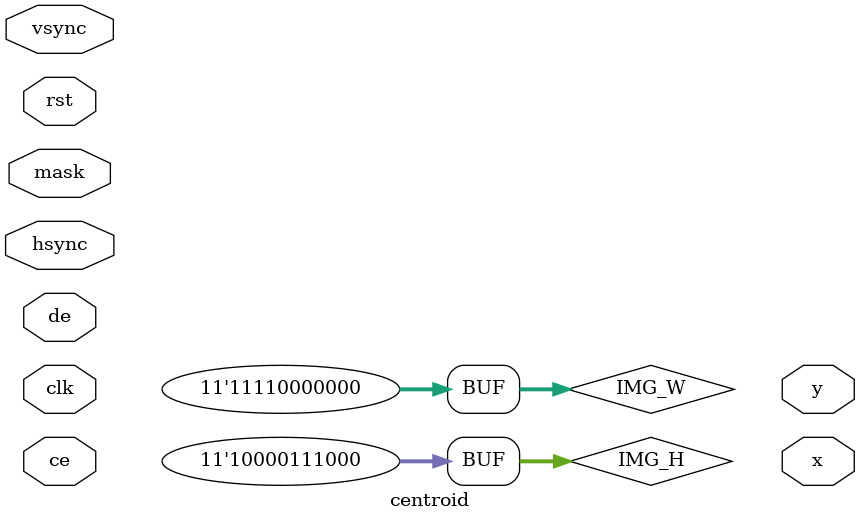
<source format=v>
`timescale 1ns / 1ps


module centroid
(
    input clk,
    input ce,
    input rst,
    input hsync,
    input vsync,
    input de,
    input mask,
    output [10:0]x,
    output [10:0]y
);

reg [10:0]IMG_H = 11'd1080;
reg [10:0]IMG_W = 11'd1920;

reg [10:0]x_pos = 0;
reg [10:0]y_pos = 0;

wire eof;
reg prev_vsync = 1'b1;

reg [20:0]m00 = 0;

wire [31:0]m01;
wire [31:0]m10;

always @(posedge clk)
begin
    if (vsync == 1'd1) 
    begin
        x_pos <= 0;
        y_pos <= 0;
    end
    else
    begin
        if (de == 1'd1) 
        begin
            x_pos <= x_pos + 1;
            if (x_pos == IMG_W-1) 
            begin
                x_pos <= 0;
                y_pos <= y_pos + 1;
                if (y_pos == IMG_H-1) y_pos <= 0;
            end
        end
    end
    prev_vsync<=vsync;
end

always @(posedge clk)
begin
    if (eof == 1'b1) m00 <= 0;
    else m00 <= m00 + 1;
end

accumulator sum_m10
(
    .A(x_pos),
    .clk(clk),
    .ce(mask & de),
    .rst(rst),
    .Y(m10)
);

accumulator sum_m01
(
    .A(y_pos),
    .clk(clk),
    .ce(mask & de),
    .rst(rst),
    .Y(m01)
);

assign eof = (prev_vsync == 1'b0 & vsync == 1'b1) ? 1'b1 : 1'b0;

divider_32_21_0 divider
(

);



endmodule

</source>
